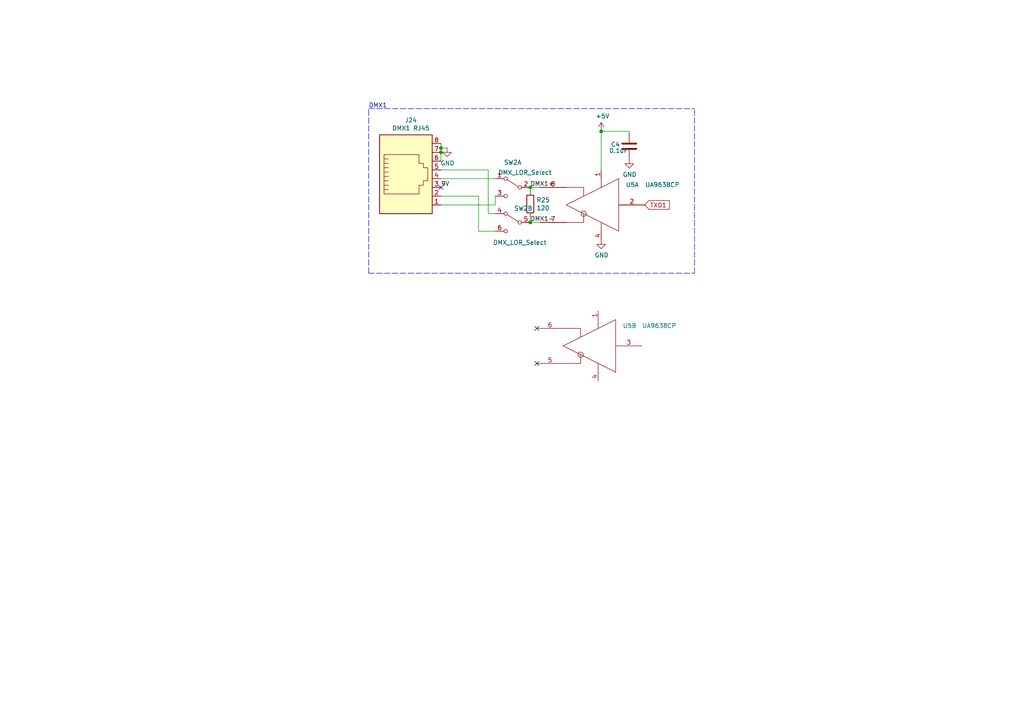
<source format=kicad_sch>
(kicad_sch (version 20211123) (generator eeschema)
  (paper "A4")
  (title_block (title "The Owl - RPI Cape 16ch Pixel Controller") (date "2022-04-04") (company "OnlineDynamic"))
  (lib_symbols
    (symbol "Connector:RJ45" (pin_names (offset 1.016))
      (property "Reference" "J" (at -5.08 13.97 0))
      (property "Value" "RJ45" (at 2.54 13.97 0))
      (symbol "RJ45_0_1"
        (polyline (pts (xy -5.08 4.445) (xy -6.35 4.445)))
        (polyline (pts (xy -5.08 5.715) (xy -6.35 5.715)))
        (polyline (pts (xy -6.35 -3.175) (xy -5.08 -3.175) (xy -5.08 -3.175)))
        (polyline (pts (xy -6.35 -1.905) (xy -5.08 -1.905) (xy -5.08 -1.905)))
        (polyline (pts (xy -6.35 -0.635) (xy -5.08 -0.635) (xy -5.08 -0.635)))
        (polyline (pts (xy -6.35 0.635) (xy -5.08 0.635) (xy -5.08 0.635)))
        (polyline (pts (xy -6.35 1.905) (xy -5.08 1.905) (xy -5.08 1.905)))
        (polyline (pts (xy -5.08 3.175) (xy -6.35 3.175) (xy -6.35 3.175)))
        (polyline (pts (xy -6.35 -4.445) (xy -6.35 6.985) (xy 3.81 6.985) (xy 3.81 4.445) (xy 5.08 4.445) (xy 5.08 3.175) (xy 6.35 3.175) (xy 6.35 -0.635) (xy 5.08 -0.635) (xy 5.08 -1.905) (xy 3.81 -1.905) (xy 3.81 -4.445) (xy -6.35 -4.445) (xy -6.35 -4.445)))
        (rectangle (start 7.62 12.7) (end -7.62 -10.16) (stroke (width 0.254)) (fill (type background)))
      )
      (symbol "RJ45_1_1"
        (pin passive line (at 10.16 -7.62 180) (length 2.54) (name "~") (number "1"))
        (pin passive line (at 10.16 -5.08 180) (length 2.54) (name "~") (number "2"))
        (pin passive line (at 10.16 -2.54 180) (length 2.54) (name "~") (number "3"))
        (pin passive line (at 10.16 0 180) (length 2.54) (name "~") (number "4"))
        (pin passive line (at 10.16 2.54 180) (length 2.54) (name "~") (number "5"))
        (pin passive line (at 10.16 5.08 180) (length 2.54) (name "~") (number "6"))
        (pin passive line (at 10.16 7.62 180) (length 2.54) (name "~") (number "7"))
        (pin passive line (at 10.16 10.16 180) (length 2.54) (name "~") (number "8"))
      )
    )
    (symbol "Interface_LineDriver:UA9638CP" (pin_names (offset 1.016) hide)
      (property "Reference" "U" (at -7.62 10.16 0))
      (property "Value" "UA9638CP" (at 2.54 7.62 0))
      (symbol "UA9638CP_0_1"
        (polyline (pts (xy -7.62 5.08) (xy -7.62 -7.62)))
        (polyline (pts (xy -7.62 5.08) (xy -7.62 7.62)))
        (polyline (pts (xy -7.62 7.62) (xy 7.62 0)))
        (polyline (pts (xy -2.54 -5.08) (xy -2.54 -7.62)))
        (polyline (pts (xy -2.54 5.08) (xy -2.54 7.62)))
        (polyline (pts (xy 2.54 -5.08) (xy 7.62 -5.08)))
        (polyline (pts (xy 2.54 -2.54) (xy 2.54 -5.08)))
        (polyline (pts (xy 2.54 5.08) (xy 2.54 2.54)))
        (polyline (pts (xy 7.62 0) (xy -7.62 -7.62)))
        (polyline (pts (xy 7.62 5.08) (xy 2.54 5.08)))
        (circle (center 2.54 -2.54) (radius 0.762))
      )
      (symbol "UA9638CP_1_1"
        (pin power_in line (at -2.54 10.16 270) (length 2.54) (name "VCC") (number "1"))
        (pin input line (at -15.24 0 0) (length 7.62) (name "IN") (number "2"))
        (pin power_in line (at -2.54 -10.16 90) (length 2.54) (name "GND") (number "4"))
        (pin output line (at 15.24 -5.08 180) (length 7.62) (name "OUTA") (number "7"))
        (pin output line (at 15.24 5.08 180) (length 7.62) (name "OUTB") (number "8"))
      )
      (symbol "UA9638CP_2_1"
        (pin power_in line (at -2.54 10.16 270) (length 2.54) (name "VCC") (number "1"))
        (pin input line (at -15.24 0 0) (length 7.62) (name "IN") (number "3"))
        (pin power_in line (at -2.54 -10.16 90) (length 2.54) (name "GND") (number "4"))
        (pin output line (at 15.24 -5.08 180) (length 7.62) (name "OUTA") (number "5"))
        (pin output line (at 15.24 5.08 180) (length 7.62) (name "OUTB") (number "6"))
      )
    )
    (symbol "PB_16-rescue:C-Device" (pin_numbers hide) (pin_names (offset 0.254))
      (property "Reference" "C" (at 0.635 2.54 0))
      (property "Value" "C-Device" (at 0.635 -2.54 0))
      (symbol "C-Device_0_1"
        (polyline (pts (xy -2.032 -0.762) (xy 2.032 -0.762)) (stroke (width 0.508)))
        (polyline (pts (xy -2.032 0.762) (xy 2.032 0.762)) (stroke (width 0.508)))
      )
      (symbol "C-Device_1_1"
        (pin passive line (at 0 3.81 270) (length 2.794) (name "~") (number "1"))
        (pin passive line (at 0 -3.81 90) (length 2.794) (name "~") (number "2"))
      )
    )
    (symbol "PB_16-rescue:R-Device" (pin_numbers hide) (pin_names (offset 0))
      (property "Reference" "R" (at 2.032 0 90))
      (property "Value" "R-Device" (at 0 0 90))
      (symbol "R-Device_0_1"
        (rectangle (start -1.016 -2.54) (end 1.016 2.54) (stroke (width 0.254)))
      )
      (symbol "R-Device_1_1"
        (pin passive line (at 0 3.81 270) (length 1.27) (name "~") (number "1"))
        (pin passive line (at 0 -3.81 90) (length 1.27) (name "~") (number "2"))
      )
    )
    (symbol "Switch:SW_DPDT_x2" (pin_names (offset 0) hide)
      (property "Reference" "SW" (at 0 4.318 0))
      (property "Value" "SW_DPDT_x2" (at 0 -5.08 0))
      (symbol "SW_DPDT_x2_0_0"
        (circle (center -2.032 0) (radius 0.508))
        (circle (center 2.032 -2.54) (radius 0.508))
      )
      (symbol "SW_DPDT_x2_0_1"
        (polyline (pts (xy -1.524 0.254) (xy 1.651 2.286)))
        (circle (center 2.032 2.54) (radius 0.508))
      )
      (symbol "SW_DPDT_x2_1_1"
        (pin passive line (at 5.08 2.54 180) (length 2.54) (name "A") (number "1"))
        (pin passive line (at -5.08 0 0) (length 2.54) (name "B") (number "2"))
        (pin passive line (at 5.08 -2.54 180) (length 2.54) (name "C") (number "3"))
      )
      (symbol "SW_DPDT_x2_2_1"
        (pin passive line (at 5.08 2.54 180) (length 2.54) (name "A") (number "4"))
        (pin passive line (at -5.08 0 0) (length 2.54) (name "B") (number "5"))
        (pin passive line (at 5.08 -2.54 180) (length 2.54) (name "C") (number "6"))
      )
    )
    (symbol "power:+5V" (power) (pin_names (offset 0))
      (property "Value" "+5V" (at 0 3.556 0))
      (symbol "+5V_0_1"
        (polyline (pts (xy -0.762 1.27) (xy 0 2.54)))
        (polyline (pts (xy 0 0) (xy 0 2.54)))
        (polyline (pts (xy 0 2.54) (xy 0.762 1.27)))
      )
      (symbol "+5V_1_1"
        (pin power_in line (at 0 0 90) (length 0) hide (name "+5V") (number "1"))
      )
    )
    (symbol "power:GND" (power) (pin_names (offset 0))
      (property "Value" "GND" (at 0 -3.81 0))
      (symbol "GND_0_1"
        (polyline (pts (xy 0 0) (xy 0 -1.27) (xy 1.27 -1.27) (xy 0 -2.54) (xy -1.27 -1.27) (xy 0 -1.27)))
      )
      (symbol "GND_1_1"
        (pin power_in line (at 0 0 270) (length 0) hide (name "GND") (number "1"))
      )
    )
  )
  (junction (at 127.889 42.926))
  (junction (at 174.371 38.1))
  (junction (at 127.889 44.196))
  (junction (at 153.797 64.516))
  (junction (at 153.797 54.356))
  (no_connect (at 127.889 54.356))
  (no_connect (at 155.702 95.25))
  (no_connect (at 155.702 105.41))
  (wire (pts (xy 174.371 38.1) (xy 182.499 38.1)))
  (wire (pts (xy 127.889 59.436) (xy 143.637 59.436)))
  (wire (pts (xy 127.889 49.276) (xy 141.605 49.276)))
  (wire (pts (xy 143.637 56.896) (xy 143.637 59.436)))
  (wire (pts (xy 143.637 67.056) (xy 138.811 67.056)))
  (polyline (pts (xy 106.934 79.248) (xy 201.422 79.248)))
  (wire (pts (xy 141.605 49.276) (xy 141.605 61.976)))
  (wire (pts (xy 174.371 49.276) (xy 174.371 38.1)))
  (polyline (pts (xy 106.934 79.248) (xy 106.934 31.496)))
  (wire (pts (xy 153.797 64.516) (xy 156.591 64.516)))
  (wire (pts (xy 156.591 54.356) (xy 153.797 54.356)))
  (polyline (pts (xy 106.934 31.496) (xy 201.422 31.496)))
  (wire (pts (xy 153.797 62.992) (xy 153.797 64.516)))
  (wire (pts (xy 153.797 54.356) (xy 153.797 55.372)))
  (wire (pts (xy 138.811 56.896) (xy 138.811 67.056)))
  (wire (pts (xy 127.889 46.736) (xy 127.889 44.196)))
  (wire (pts (xy 127.889 41.656) (xy 127.889 42.926)))
  (wire (pts (xy 127.889 51.816) (xy 143.637 51.816)))
  (wire (pts (xy 127.889 56.896) (xy 138.811 56.896)))
  (polyline (pts (xy 201.422 79.248) (xy 201.422 31.496)))
  (wire (pts (xy 129.667 42.926) (xy 127.889 42.926)))
  (wire (pts (xy 143.637 61.976) (xy 141.605 61.976)))
  (wire (pts (xy 127.889 42.926) (xy 127.889 44.196)))
  (wire (pts (xy 182.499 38.1) (xy 182.499 38.608)))
  (text "DMX1" (at 106.934 31.496 0) (effects (font (size 1.27 1.27)) (justify left bottom)))
  (label "9V" (at 127.889 54.356 0))
  (label "DMX1+" (at 153.797 54.356 0))
  (label "DMX1-" (at 153.797 64.516 0))
  (global_label "TXD1" (shape input) (at 187.071 59.436 0) (property "Intersheet References" "${INTERSHEET_REFS}" (effects hide)))
  (symbol (lib_id "power:GND") (at 182.499 46.228 0) (unit 1)
    (property "Reference" "#PWR040" (effects hide))
    (property "Value" "GND" (at 182.626 50.6222 0))
  )
  (symbol (lib_id "PB_16-rescue:C-Device") (at 182.499 42.418 0) (unit 1)
    (property "Reference" "C4" (at 177.165 41.91 0) (effects (justify left)))
    (property "Value" "0.1uF" (at 176.657 43.688 0) (effects (justify left)))
    (property "Footprint" "Capacitor_THT:C_Rect_L7.0mm_W2.0mm_P5.00mm" (effects hide))
    (property "Digi-Key_PN" "478-7336-1-ND" (effects hide))
    (property "MPN" "SR215C104KARTR1" (effects hide))
  )
  (symbol (lib_id "Switch:SW_DPDT_x2") (at 148.717 54.356 0) (mirror y) (unit 1)
    (property "Reference" "SW2" (at 148.717 47.117 0))
    (property "Value" "DMX_LOR_Select" (at 152.273 50.038 0))
    (property "Footprint" "Button_Switch_THT:SW_CuK_JS202011CQN_DPDT_Straight" (effects hide))
    (property "Digi-Key_PN" "401-2001-ND" (effects hide))
    (property "MPN" "JS202011CQN" (effects hide))
  )
  (symbol (lib_id "power:GND") (at 174.371 69.596 0) (unit 1)
    (property "Reference" "#PWR039" (effects hide))
    (property "Value" "GND" (at 174.498 73.9902 0))
  )
  (symbol (lib_id "PB_16-rescue:R-Device") (at 153.797 59.182 0) (unit 1)
    (property "Reference" "R25" (at 155.575 58.0136 0) (effects (justify left)))
    (property "Value" "120" (at 155.575 60.325 0) (effects (justify left)))
    (property "Footprint" "Resistor_THT:R_Axial_DIN0207_L6.3mm_D2.5mm_P7.62mm_Horizontal" (effects hide))
    (property "Digi-Key_PN" "CF14JT120RCT-ND" (effects hide))
    (property "MPN" "CF14JT120R" (effects hide))
  )
  (symbol (lib_id "Switch:SW_DPDT_x2") (at 148.717 64.516 0) (mirror y) (unit 2)
    (property "Reference" "SW2" (at 151.765 60.452 0))
    (property "Value" "DMX_LOR_Select" (at 150.749 70.358 0))
    (property "Footprint" "Button_Switch_THT:SW_CuK_JS202011CQN_DPDT_Straight" (effects hide))
    (property "Digi-Key_PN" "401-2001-ND" (effects hide))
    (property "MPN" "JS202011CQN" (effects hide))
  )
  (symbol (lib_id "Connector:RJ45") (at 117.729 51.816 0) (unit 1)
    (property "Reference" "J24" (at 119.1768 34.8742 0))
    (property "Value" "DMX1 RJ45" (at 119.1768 37.1856 0))
    (property "Footprint" "Connector_RJ:RJ45_Amphenol_54602-x08_Horizontal" (effects hide))
    (property "Digi-Key_PN" "AE10392-ND" (effects hide))
    (property "MPN" "A-2014-2-4-R" (effects hide))
  )
  (symbol (lib_id "Interface_LineDriver:UA9638CP") (at 170.942 100.33 0) (mirror y) (unit 2)
    (property "Reference" "U5" (at 180.594 94.488 0) (effects (justify right)))
    (property "Value" "UA9638CP" (at 186.182 94.488 0) (effects (justify right)))
    (property "Footprint" "Package_DIP:DIP-8_W7.62mm" (effects hide))
    (property "Datasheet" "http://www.ti.com/lit/ds/symlink/ua9638.pdf" (effects hide))
    (property "Digi-Key_PN" "296-15059-5-ND" (effects hide))
    (property "MPN" "UA9638CP" (effects hide))
  )
  (symbol (lib_id "Interface_LineDriver:UA9638CP") (at 171.831 59.436 0) (mirror y) (unit 1)
    (property "Reference" "U5" (at 181.483 53.594 0) (effects (justify right)))
    (property "Value" "UA9638CP" (at 187.071 53.594 0) (effects (justify right)))
    (property "Footprint" "Package_DIP:DIP-8_W7.62mm" (effects hide))
    (property "Datasheet" "http://www.ti.com/lit/ds/symlink/ua9638.pdf" (effects hide))
    (property "Digi-Key_PN" "296-15059-5-ND" (effects hide))
    (property "MPN" "UA9638CP" (effects hide))
  )
  (symbol (lib_id "power:+5V") (at 174.371 38.1 0) (unit 1)
    (property "Reference" "#PWR038" (effects hide))
    (property "Value" "+5V" (at 174.752 33.7058 0))
  )
  (symbol (lib_id "power:GND") (at 129.667 42.926 0) (unit 1)
    (property "Reference" "#PWR014" (effects hide))
    (property "Value" "GND" (at 129.794 47.3202 0))
  )
)
</source>
